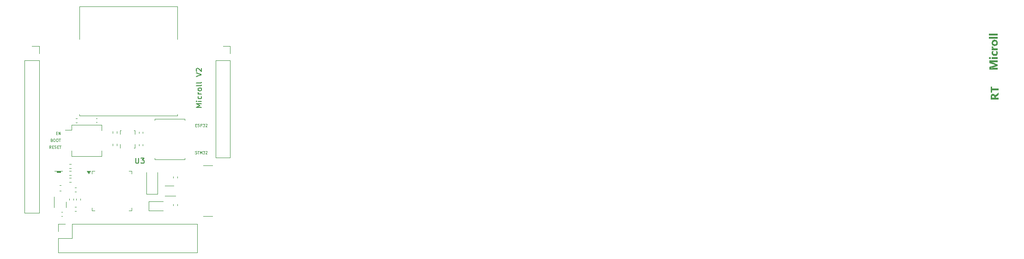
<source format=gbr>
%TF.GenerationSoftware,KiCad,Pcbnew,8.0.0*%
%TF.CreationDate,2024-04-21T21:54:23+01:00*%
%TF.ProjectId,Microll,4d696372-6f6c-46c2-9e6b-696361645f70,rev?*%
%TF.SameCoordinates,PX564eba0PY53724e0*%
%TF.FileFunction,Legend,Top*%
%TF.FilePolarity,Positive*%
%FSLAX46Y46*%
G04 Gerber Fmt 4.6, Leading zero omitted, Abs format (unit mm)*
G04 Created by KiCad (PCBNEW 8.0.0) date 2024-04-21 21:54:23*
%MOMM*%
%LPD*%
G01*
G04 APERTURE LIST*
%ADD10C,0.300000*%
%ADD11C,0.100000*%
%ADD12C,0.150000*%
%ADD13C,0.120000*%
G04 APERTURE END LIST*
D10*
G36*
X175509652Y32458705D02*
G01*
X175509652Y32130076D01*
X174625981Y32130076D01*
X174552479Y32130831D01*
X174475222Y32133098D01*
X174394210Y32136877D01*
X174320243Y32141422D01*
X174309442Y32142166D01*
X174309442Y32133740D01*
X174386987Y32118212D01*
X174460489Y32100901D01*
X174505447Y32087578D01*
X175509652Y31741363D01*
X175509652Y31469521D01*
X174515705Y31117079D01*
X174443989Y31098119D01*
X174367260Y31081898D01*
X174309442Y31070550D01*
X174309442Y31061391D01*
X174389444Y31065998D01*
X174465685Y31069652D01*
X174549879Y31072710D01*
X174628955Y31074470D01*
X174692659Y31074947D01*
X175509652Y31074947D01*
X175509652Y30774894D01*
X174032471Y30774894D01*
X174032471Y31262525D01*
X174908081Y31564409D01*
X174980456Y31586799D01*
X175053004Y31604599D01*
X175119107Y31616800D01*
X175119107Y31623028D01*
X175045706Y31640716D01*
X174972071Y31660835D01*
X174905883Y31681646D01*
X174032471Y31983530D01*
X174032471Y32458705D01*
X175509652Y32458705D01*
G37*
G36*
X174266944Y32917026D02*
G01*
X174254945Y32842013D01*
X174218950Y32781838D01*
X174158118Y32739476D01*
X174101347Y32729448D01*
X174028910Y32746024D01*
X173984111Y32781838D01*
X173948664Y32846267D01*
X173938682Y32917026D01*
X173950039Y32992681D01*
X173984111Y33052581D01*
X174047357Y33096019D01*
X174101347Y33104605D01*
X174174725Y33088144D01*
X174220416Y33052581D01*
X174256720Y32988414D01*
X174266944Y32917026D01*
G37*
G36*
X175509652Y33077860D02*
G01*
X175509652Y32752162D01*
X174454522Y32752162D01*
X174454522Y33077860D01*
X175509652Y33077860D01*
G37*
G36*
X175468619Y34148377D02*
G01*
X175499788Y34078609D01*
X175518931Y34003602D01*
X175529069Y33927940D01*
X175533036Y33842916D01*
X175533099Y33830006D01*
X175529521Y33756248D01*
X175515782Y33673713D01*
X175491740Y33597696D01*
X175457393Y33528195D01*
X175412742Y33465212D01*
X175386553Y33436164D01*
X175328473Y33385117D01*
X175264416Y33344631D01*
X175194384Y33314706D01*
X175118374Y33295343D01*
X175036389Y33286542D01*
X175007732Y33285955D01*
X174926814Y33289891D01*
X174851441Y33301697D01*
X174768313Y33326255D01*
X174693172Y33362147D01*
X174626015Y33409374D01*
X174585681Y33447155D01*
X174533139Y33511431D01*
X174491468Y33583357D01*
X174460668Y33662934D01*
X174443305Y33735092D01*
X174433491Y33812564D01*
X174431075Y33878366D01*
X174433459Y33955025D01*
X174442023Y34030570D01*
X174461486Y34106906D01*
X174480901Y34148377D01*
X174759337Y34148377D01*
X174722243Y34082202D01*
X174698887Y34011448D01*
X174689270Y33936114D01*
X174688996Y33920498D01*
X174695255Y33846177D01*
X174716894Y33774407D01*
X174758548Y33708601D01*
X174768130Y33698115D01*
X174829426Y33651601D01*
X174905009Y33624394D01*
X174986117Y33616416D01*
X175064921Y33624072D01*
X175138465Y33650181D01*
X175198242Y33694818D01*
X175242045Y33755646D01*
X175267665Y33830327D01*
X175275178Y33910240D01*
X175268309Y33985760D01*
X175247701Y34060277D01*
X175213354Y34133794D01*
X175204836Y34148377D01*
X175468619Y34148377D01*
G37*
G36*
X174744683Y35043771D02*
G01*
X174718614Y34971566D01*
X174712443Y34906751D01*
X174723468Y34833609D01*
X174760296Y34769140D01*
X174790845Y34740788D01*
X174857306Y34704397D01*
X174932168Y34685794D01*
X175003336Y34681070D01*
X175509652Y34681070D01*
X175509652Y34355372D01*
X174454522Y34355372D01*
X174454522Y34681070D01*
X174646497Y34681070D01*
X174646497Y34685100D01*
X174573287Y34718442D01*
X174507020Y34768346D01*
X174461369Y34830100D01*
X174436334Y34903706D01*
X174431075Y34963537D01*
X174441305Y35038148D01*
X174443531Y35043771D01*
X174744683Y35043771D01*
G37*
G36*
X175046869Y36265860D02*
G01*
X175120591Y36254563D01*
X175201997Y36231066D01*
X175275701Y36196724D01*
X175341702Y36151536D01*
X175381424Y36115386D01*
X175432970Y36053678D01*
X175473851Y35983959D01*
X175504067Y35906228D01*
X175523619Y35820486D01*
X175531766Y35742915D01*
X175533099Y35693701D01*
X175529503Y35614024D01*
X175518716Y35539857D01*
X175496279Y35458129D01*
X175463487Y35384335D01*
X175420339Y35318475D01*
X175385820Y35278977D01*
X175326894Y35227680D01*
X175260575Y35186996D01*
X175186863Y35156926D01*
X175105758Y35137469D01*
X175032523Y35129361D01*
X174986117Y35128035D01*
X174907479Y35131854D01*
X174834369Y35143312D01*
X174753934Y35167144D01*
X174681458Y35201976D01*
X174616942Y35247807D01*
X174578354Y35284472D01*
X174528302Y35347138D01*
X174488606Y35417531D01*
X174459265Y35495653D01*
X174440280Y35581502D01*
X174432370Y35658947D01*
X174431239Y35701761D01*
X174688996Y35701761D01*
X174698043Y35628481D01*
X174732066Y35557505D01*
X174765566Y35522243D01*
X174831906Y35483397D01*
X174908378Y35463538D01*
X174982087Y35458495D01*
X175066522Y35464479D01*
X175148954Y35487457D01*
X175210778Y35527668D01*
X175256860Y35596363D01*
X175274033Y35673913D01*
X175275178Y35703593D01*
X175264591Y35783153D01*
X175225477Y35855168D01*
X175157541Y35904778D01*
X175076371Y35929469D01*
X174992555Y35937471D01*
X174974027Y35937700D01*
X174891913Y35931940D01*
X174811748Y35909820D01*
X174743552Y35863047D01*
X174702635Y35793694D01*
X174689274Y35716277D01*
X174688996Y35701761D01*
X174431239Y35701761D01*
X174431075Y35707989D01*
X174434671Y35787314D01*
X174445458Y35861111D01*
X174467895Y35942371D01*
X174500687Y36015671D01*
X174543835Y36081011D01*
X174578354Y36120149D01*
X174636919Y36170948D01*
X174702156Y36211236D01*
X174774065Y36241015D01*
X174852646Y36260283D01*
X174937899Y36269042D01*
X174967799Y36269626D01*
X175046869Y36265860D01*
G37*
G36*
X175509652Y36800121D02*
G01*
X175509652Y36474423D01*
X173938682Y36474423D01*
X173938682Y36800121D01*
X175509652Y36800121D01*
G37*
G36*
X175509652Y37396562D02*
G01*
X175509652Y37070864D01*
X173938682Y37070864D01*
X173938682Y37396562D01*
X175509652Y37396562D01*
G37*
G36*
X175709652Y26132187D02*
G01*
X175331564Y25902476D01*
X175267602Y25862012D01*
X175254627Y25853017D01*
X175196742Y25805024D01*
X175159739Y25754465D01*
X175146916Y25697679D01*
X175146916Y25607920D01*
X175709652Y25607920D01*
X175709652Y25274894D01*
X174232471Y25274894D01*
X174232471Y25607920D01*
X174490391Y25607920D01*
X174888996Y25607920D01*
X174888996Y25752267D01*
X174880546Y25826576D01*
X174849331Y25898293D01*
X174828912Y25924092D01*
X174770158Y25969172D01*
X174694912Y25989458D01*
X174678336Y25990037D01*
X174605104Y25978940D01*
X174543434Y25939081D01*
X174505258Y25870233D01*
X174491125Y25786212D01*
X174490391Y25758129D01*
X174490391Y25607920D01*
X174232471Y25607920D01*
X174232471Y25802459D01*
X174236013Y25898574D01*
X174246639Y25985235D01*
X174264349Y26062442D01*
X174298982Y26150678D01*
X174346208Y26222108D01*
X174406029Y26276730D01*
X174478443Y26314546D01*
X174563451Y26335555D01*
X174635471Y26340282D01*
X174709843Y26334328D01*
X174778354Y26316468D01*
X174848073Y26283830D01*
X174896689Y26249790D01*
X174951519Y26195359D01*
X174987914Y26145010D01*
X175023744Y26076074D01*
X175047631Y26008722D01*
X175051661Y26008722D01*
X175085000Y26072469D01*
X175135039Y26128605D01*
X175138856Y26132187D01*
X175196358Y26180873D01*
X175205168Y26187508D01*
X175265956Y26230023D01*
X175274411Y26235502D01*
X175709652Y26514671D01*
X175709652Y26132187D01*
G37*
G36*
X174513839Y27682640D02*
G01*
X174513839Y27261322D01*
X175709652Y27261322D01*
X175709652Y26927564D01*
X174513839Y26927564D01*
X174513839Y26508077D01*
X174232471Y26508077D01*
X174232471Y27682640D01*
X174513839Y27682640D01*
G37*
D11*
X28411027Y15340200D02*
X28482455Y15316391D01*
X28482455Y15316391D02*
X28601503Y15316391D01*
X28601503Y15316391D02*
X28649122Y15340200D01*
X28649122Y15340200D02*
X28672931Y15364010D01*
X28672931Y15364010D02*
X28696741Y15411629D01*
X28696741Y15411629D02*
X28696741Y15459248D01*
X28696741Y15459248D02*
X28672931Y15506867D01*
X28672931Y15506867D02*
X28649122Y15530677D01*
X28649122Y15530677D02*
X28601503Y15554486D01*
X28601503Y15554486D02*
X28506265Y15578296D01*
X28506265Y15578296D02*
X28458646Y15602105D01*
X28458646Y15602105D02*
X28434836Y15625915D01*
X28434836Y15625915D02*
X28411027Y15673534D01*
X28411027Y15673534D02*
X28411027Y15721153D01*
X28411027Y15721153D02*
X28434836Y15768772D01*
X28434836Y15768772D02*
X28458646Y15792581D01*
X28458646Y15792581D02*
X28506265Y15816391D01*
X28506265Y15816391D02*
X28625312Y15816391D01*
X28625312Y15816391D02*
X28696741Y15792581D01*
X28839598Y15816391D02*
X29125312Y15816391D01*
X28982455Y15316391D02*
X28982455Y15816391D01*
X29291978Y15316391D02*
X29291978Y15816391D01*
X29291978Y15816391D02*
X29458645Y15459248D01*
X29458645Y15459248D02*
X29625311Y15816391D01*
X29625311Y15816391D02*
X29625311Y15316391D01*
X29815788Y15816391D02*
X30125312Y15816391D01*
X30125312Y15816391D02*
X29958645Y15625915D01*
X29958645Y15625915D02*
X30030074Y15625915D01*
X30030074Y15625915D02*
X30077693Y15602105D01*
X30077693Y15602105D02*
X30101502Y15578296D01*
X30101502Y15578296D02*
X30125312Y15530677D01*
X30125312Y15530677D02*
X30125312Y15411629D01*
X30125312Y15411629D02*
X30101502Y15364010D01*
X30101502Y15364010D02*
X30077693Y15340200D01*
X30077693Y15340200D02*
X30030074Y15316391D01*
X30030074Y15316391D02*
X29887217Y15316391D01*
X29887217Y15316391D02*
X29839598Y15340200D01*
X29839598Y15340200D02*
X29815788Y15364010D01*
X30315788Y15768772D02*
X30339597Y15792581D01*
X30339597Y15792581D02*
X30387216Y15816391D01*
X30387216Y15816391D02*
X30506264Y15816391D01*
X30506264Y15816391D02*
X30553883Y15792581D01*
X30553883Y15792581D02*
X30577692Y15768772D01*
X30577692Y15768772D02*
X30601502Y15721153D01*
X30601502Y15721153D02*
X30601502Y15673534D01*
X30601502Y15673534D02*
X30577692Y15602105D01*
X30577692Y15602105D02*
X30291978Y15316391D01*
X30291978Y15316391D02*
X30601502Y15316391D01*
X2101503Y17828296D02*
X2172931Y17804486D01*
X2172931Y17804486D02*
X2196741Y17780677D01*
X2196741Y17780677D02*
X2220550Y17733058D01*
X2220550Y17733058D02*
X2220550Y17661629D01*
X2220550Y17661629D02*
X2196741Y17614010D01*
X2196741Y17614010D02*
X2172931Y17590200D01*
X2172931Y17590200D02*
X2125312Y17566391D01*
X2125312Y17566391D02*
X1934836Y17566391D01*
X1934836Y17566391D02*
X1934836Y18066391D01*
X1934836Y18066391D02*
X2101503Y18066391D01*
X2101503Y18066391D02*
X2149122Y18042581D01*
X2149122Y18042581D02*
X2172931Y18018772D01*
X2172931Y18018772D02*
X2196741Y17971153D01*
X2196741Y17971153D02*
X2196741Y17923534D01*
X2196741Y17923534D02*
X2172931Y17875915D01*
X2172931Y17875915D02*
X2149122Y17852105D01*
X2149122Y17852105D02*
X2101503Y17828296D01*
X2101503Y17828296D02*
X1934836Y17828296D01*
X2530074Y18066391D02*
X2625312Y18066391D01*
X2625312Y18066391D02*
X2672931Y18042581D01*
X2672931Y18042581D02*
X2720550Y17994962D01*
X2720550Y17994962D02*
X2744360Y17899724D01*
X2744360Y17899724D02*
X2744360Y17733058D01*
X2744360Y17733058D02*
X2720550Y17637820D01*
X2720550Y17637820D02*
X2672931Y17590200D01*
X2672931Y17590200D02*
X2625312Y17566391D01*
X2625312Y17566391D02*
X2530074Y17566391D01*
X2530074Y17566391D02*
X2482455Y17590200D01*
X2482455Y17590200D02*
X2434836Y17637820D01*
X2434836Y17637820D02*
X2411027Y17733058D01*
X2411027Y17733058D02*
X2411027Y17899724D01*
X2411027Y17899724D02*
X2434836Y17994962D01*
X2434836Y17994962D02*
X2482455Y18042581D01*
X2482455Y18042581D02*
X2530074Y18066391D01*
X3053884Y18066391D02*
X3149122Y18066391D01*
X3149122Y18066391D02*
X3196741Y18042581D01*
X3196741Y18042581D02*
X3244360Y17994962D01*
X3244360Y17994962D02*
X3268170Y17899724D01*
X3268170Y17899724D02*
X3268170Y17733058D01*
X3268170Y17733058D02*
X3244360Y17637820D01*
X3244360Y17637820D02*
X3196741Y17590200D01*
X3196741Y17590200D02*
X3149122Y17566391D01*
X3149122Y17566391D02*
X3053884Y17566391D01*
X3053884Y17566391D02*
X3006265Y17590200D01*
X3006265Y17590200D02*
X2958646Y17637820D01*
X2958646Y17637820D02*
X2934837Y17733058D01*
X2934837Y17733058D02*
X2934837Y17899724D01*
X2934837Y17899724D02*
X2958646Y17994962D01*
X2958646Y17994962D02*
X3006265Y18042581D01*
X3006265Y18042581D02*
X3053884Y18066391D01*
X3411028Y18066391D02*
X3696742Y18066391D01*
X3553885Y17566391D02*
X3553885Y18066391D01*
X1970550Y16316391D02*
X1803884Y16554486D01*
X1684836Y16316391D02*
X1684836Y16816391D01*
X1684836Y16816391D02*
X1875312Y16816391D01*
X1875312Y16816391D02*
X1922931Y16792581D01*
X1922931Y16792581D02*
X1946741Y16768772D01*
X1946741Y16768772D02*
X1970550Y16721153D01*
X1970550Y16721153D02*
X1970550Y16649724D01*
X1970550Y16649724D02*
X1946741Y16602105D01*
X1946741Y16602105D02*
X1922931Y16578296D01*
X1922931Y16578296D02*
X1875312Y16554486D01*
X1875312Y16554486D02*
X1684836Y16554486D01*
X2184836Y16578296D02*
X2351503Y16578296D01*
X2422931Y16316391D02*
X2184836Y16316391D01*
X2184836Y16316391D02*
X2184836Y16816391D01*
X2184836Y16816391D02*
X2422931Y16816391D01*
X2613408Y16340200D02*
X2684836Y16316391D01*
X2684836Y16316391D02*
X2803884Y16316391D01*
X2803884Y16316391D02*
X2851503Y16340200D01*
X2851503Y16340200D02*
X2875312Y16364010D01*
X2875312Y16364010D02*
X2899122Y16411629D01*
X2899122Y16411629D02*
X2899122Y16459248D01*
X2899122Y16459248D02*
X2875312Y16506867D01*
X2875312Y16506867D02*
X2851503Y16530677D01*
X2851503Y16530677D02*
X2803884Y16554486D01*
X2803884Y16554486D02*
X2708646Y16578296D01*
X2708646Y16578296D02*
X2661027Y16602105D01*
X2661027Y16602105D02*
X2637217Y16625915D01*
X2637217Y16625915D02*
X2613408Y16673534D01*
X2613408Y16673534D02*
X2613408Y16721153D01*
X2613408Y16721153D02*
X2637217Y16768772D01*
X2637217Y16768772D02*
X2661027Y16792581D01*
X2661027Y16792581D02*
X2708646Y16816391D01*
X2708646Y16816391D02*
X2827693Y16816391D01*
X2827693Y16816391D02*
X2899122Y16792581D01*
X3113407Y16578296D02*
X3280074Y16578296D01*
X3351502Y16316391D02*
X3113407Y16316391D01*
X3113407Y16316391D02*
X3113407Y16816391D01*
X3113407Y16816391D02*
X3351502Y16816391D01*
X3494360Y16816391D02*
X3780074Y16816391D01*
X3637217Y16316391D02*
X3637217Y16816391D01*
X28434836Y20578296D02*
X28601503Y20578296D01*
X28672931Y20316391D02*
X28434836Y20316391D01*
X28434836Y20316391D02*
X28434836Y20816391D01*
X28434836Y20816391D02*
X28672931Y20816391D01*
X28863408Y20340200D02*
X28934836Y20316391D01*
X28934836Y20316391D02*
X29053884Y20316391D01*
X29053884Y20316391D02*
X29101503Y20340200D01*
X29101503Y20340200D02*
X29125312Y20364010D01*
X29125312Y20364010D02*
X29149122Y20411629D01*
X29149122Y20411629D02*
X29149122Y20459248D01*
X29149122Y20459248D02*
X29125312Y20506867D01*
X29125312Y20506867D02*
X29101503Y20530677D01*
X29101503Y20530677D02*
X29053884Y20554486D01*
X29053884Y20554486D02*
X28958646Y20578296D01*
X28958646Y20578296D02*
X28911027Y20602105D01*
X28911027Y20602105D02*
X28887217Y20625915D01*
X28887217Y20625915D02*
X28863408Y20673534D01*
X28863408Y20673534D02*
X28863408Y20721153D01*
X28863408Y20721153D02*
X28887217Y20768772D01*
X28887217Y20768772D02*
X28911027Y20792581D01*
X28911027Y20792581D02*
X28958646Y20816391D01*
X28958646Y20816391D02*
X29077693Y20816391D01*
X29077693Y20816391D02*
X29149122Y20792581D01*
X29363407Y20316391D02*
X29363407Y20816391D01*
X29363407Y20816391D02*
X29553883Y20816391D01*
X29553883Y20816391D02*
X29601502Y20792581D01*
X29601502Y20792581D02*
X29625312Y20768772D01*
X29625312Y20768772D02*
X29649121Y20721153D01*
X29649121Y20721153D02*
X29649121Y20649724D01*
X29649121Y20649724D02*
X29625312Y20602105D01*
X29625312Y20602105D02*
X29601502Y20578296D01*
X29601502Y20578296D02*
X29553883Y20554486D01*
X29553883Y20554486D02*
X29363407Y20554486D01*
X29815788Y20816391D02*
X30125312Y20816391D01*
X30125312Y20816391D02*
X29958645Y20625915D01*
X29958645Y20625915D02*
X30030074Y20625915D01*
X30030074Y20625915D02*
X30077693Y20602105D01*
X30077693Y20602105D02*
X30101502Y20578296D01*
X30101502Y20578296D02*
X30125312Y20530677D01*
X30125312Y20530677D02*
X30125312Y20411629D01*
X30125312Y20411629D02*
X30101502Y20364010D01*
X30101502Y20364010D02*
X30077693Y20340200D01*
X30077693Y20340200D02*
X30030074Y20316391D01*
X30030074Y20316391D02*
X29887217Y20316391D01*
X29887217Y20316391D02*
X29839598Y20340200D01*
X29839598Y20340200D02*
X29815788Y20364010D01*
X30315788Y20768772D02*
X30339597Y20792581D01*
X30339597Y20792581D02*
X30387216Y20816391D01*
X30387216Y20816391D02*
X30506264Y20816391D01*
X30506264Y20816391D02*
X30553883Y20792581D01*
X30553883Y20792581D02*
X30577692Y20768772D01*
X30577692Y20768772D02*
X30601502Y20721153D01*
X30601502Y20721153D02*
X30601502Y20673534D01*
X30601502Y20673534D02*
X30577692Y20602105D01*
X30577692Y20602105D02*
X30291978Y20316391D01*
X30291978Y20316391D02*
X30601502Y20316391D01*
X2934836Y19078296D02*
X3101503Y19078296D01*
X3172931Y18816391D02*
X2934836Y18816391D01*
X2934836Y18816391D02*
X2934836Y19316391D01*
X2934836Y19316391D02*
X3172931Y19316391D01*
X3387217Y18816391D02*
X3387217Y19316391D01*
X3387217Y19316391D02*
X3672931Y18816391D01*
X3672931Y18816391D02*
X3672931Y19316391D01*
D12*
X29588019Y23828780D02*
X28588019Y23828780D01*
X28588019Y23828780D02*
X29302304Y24162113D01*
X29302304Y24162113D02*
X28588019Y24495446D01*
X28588019Y24495446D02*
X29588019Y24495446D01*
X29588019Y24971637D02*
X28921352Y24971637D01*
X28588019Y24971637D02*
X28635638Y24924018D01*
X28635638Y24924018D02*
X28683257Y24971637D01*
X28683257Y24971637D02*
X28635638Y25019256D01*
X28635638Y25019256D02*
X28588019Y24971637D01*
X28588019Y24971637D02*
X28683257Y24971637D01*
X29540400Y25876398D02*
X29588019Y25781160D01*
X29588019Y25781160D02*
X29588019Y25590684D01*
X29588019Y25590684D02*
X29540400Y25495446D01*
X29540400Y25495446D02*
X29492780Y25447827D01*
X29492780Y25447827D02*
X29397542Y25400208D01*
X29397542Y25400208D02*
X29111828Y25400208D01*
X29111828Y25400208D02*
X29016590Y25447827D01*
X29016590Y25447827D02*
X28968971Y25495446D01*
X28968971Y25495446D02*
X28921352Y25590684D01*
X28921352Y25590684D02*
X28921352Y25781160D01*
X28921352Y25781160D02*
X28968971Y25876398D01*
X29588019Y26304970D02*
X28921352Y26304970D01*
X29111828Y26304970D02*
X29016590Y26352589D01*
X29016590Y26352589D02*
X28968971Y26400208D01*
X28968971Y26400208D02*
X28921352Y26495446D01*
X28921352Y26495446D02*
X28921352Y26590684D01*
X29588019Y27066875D02*
X29540400Y26971637D01*
X29540400Y26971637D02*
X29492780Y26924018D01*
X29492780Y26924018D02*
X29397542Y26876399D01*
X29397542Y26876399D02*
X29111828Y26876399D01*
X29111828Y26876399D02*
X29016590Y26924018D01*
X29016590Y26924018D02*
X28968971Y26971637D01*
X28968971Y26971637D02*
X28921352Y27066875D01*
X28921352Y27066875D02*
X28921352Y27209732D01*
X28921352Y27209732D02*
X28968971Y27304970D01*
X28968971Y27304970D02*
X29016590Y27352589D01*
X29016590Y27352589D02*
X29111828Y27400208D01*
X29111828Y27400208D02*
X29397542Y27400208D01*
X29397542Y27400208D02*
X29492780Y27352589D01*
X29492780Y27352589D02*
X29540400Y27304970D01*
X29540400Y27304970D02*
X29588019Y27209732D01*
X29588019Y27209732D02*
X29588019Y27066875D01*
X29588019Y27971637D02*
X29540400Y27876399D01*
X29540400Y27876399D02*
X29445161Y27828780D01*
X29445161Y27828780D02*
X28588019Y27828780D01*
X29588019Y28495447D02*
X29540400Y28400209D01*
X29540400Y28400209D02*
X29445161Y28352590D01*
X29445161Y28352590D02*
X28588019Y28352590D01*
X28588019Y29495448D02*
X29588019Y29828781D01*
X29588019Y29828781D02*
X28588019Y30162114D01*
X28683257Y30447829D02*
X28635638Y30495448D01*
X28635638Y30495448D02*
X28588019Y30590686D01*
X28588019Y30590686D02*
X28588019Y30828781D01*
X28588019Y30828781D02*
X28635638Y30924019D01*
X28635638Y30924019D02*
X28683257Y30971638D01*
X28683257Y30971638D02*
X28778495Y31019257D01*
X28778495Y31019257D02*
X28873733Y31019257D01*
X28873733Y31019257D02*
X29016590Y30971638D01*
X29016590Y30971638D02*
X29588019Y30400210D01*
X29588019Y30400210D02*
X29588019Y31019257D01*
X17508291Y14551181D02*
X17508291Y13741658D01*
X17508291Y13741658D02*
X17555910Y13646420D01*
X17555910Y13646420D02*
X17603529Y13598800D01*
X17603529Y13598800D02*
X17698767Y13551181D01*
X17698767Y13551181D02*
X17889243Y13551181D01*
X17889243Y13551181D02*
X17984481Y13598800D01*
X17984481Y13598800D02*
X18032100Y13646420D01*
X18032100Y13646420D02*
X18079719Y13741658D01*
X18079719Y13741658D02*
X18079719Y14551181D01*
X18460672Y14551181D02*
X19079719Y14551181D01*
X19079719Y14551181D02*
X18746386Y14170229D01*
X18746386Y14170229D02*
X18889243Y14170229D01*
X18889243Y14170229D02*
X18984481Y14122610D01*
X18984481Y14122610D02*
X19032100Y14074991D01*
X19032100Y14074991D02*
X19079719Y13979753D01*
X19079719Y13979753D02*
X19079719Y13741658D01*
X19079719Y13741658D02*
X19032100Y13646420D01*
X19032100Y13646420D02*
X18984481Y13598800D01*
X18984481Y13598800D02*
X18889243Y13551181D01*
X18889243Y13551181D02*
X18603529Y13551181D01*
X18603529Y13551181D02*
X18508291Y13598800D01*
X18508291Y13598800D02*
X18460672Y13646420D01*
D13*
%TO.C,R7*%
X24399000Y6093641D02*
X24399000Y5786359D01*
X25159000Y6093641D02*
X25159000Y5786359D01*
%TO.C,D2*%
X19498000Y7924000D02*
X19498000Y11934000D01*
X19498000Y7924000D02*
X21498000Y7924000D01*
X21498000Y7924000D02*
X21498000Y11934000D01*
%TO.C,J1*%
X-2830000Y32480000D02*
X-2830000Y4480000D01*
X-2830000Y32480000D02*
X-170000Y32480000D01*
X-2830000Y4480000D02*
X-170000Y4480000D01*
X-1500000Y35080000D02*
X-170000Y35080000D01*
X-170000Y35080000D02*
X-170000Y33750000D01*
X-170000Y32480000D02*
X-170000Y4480000D01*
%TO.C,U1*%
X7188000Y42350000D02*
X25188000Y42350000D01*
X7188000Y36350000D02*
X7188000Y42350000D01*
X7188000Y22350000D02*
X7188000Y22550000D01*
X25188000Y42350000D02*
X25188000Y36350000D01*
X25188000Y22350000D02*
X7188000Y22350000D01*
X25188000Y22350000D02*
X25188000Y22550000D01*
%TO.C,C4*%
X3856384Y9493000D02*
X3575224Y9493000D01*
X3856384Y8473000D02*
X3575224Y8473000D01*
%TO.C,R3*%
X5360359Y13380000D02*
X5667641Y13380000D01*
X5360359Y12620000D02*
X5667641Y12620000D01*
%TO.C,C1*%
X4077640Y4610000D02*
X3861968Y4610000D01*
X4077640Y3890000D02*
X3861968Y3890000D01*
%TO.C,J3*%
X32170000Y32480000D02*
X32170000Y14640000D01*
X32170000Y32480000D02*
X34830000Y32480000D01*
X32170000Y14640000D02*
X34830000Y14640000D01*
X33500000Y35080000D02*
X34830000Y35080000D01*
X34830000Y35080000D02*
X34830000Y33750000D01*
X34830000Y32480000D02*
X34830000Y14640000D01*
%TO.C,R2*%
X5360359Y12130000D02*
X5667641Y12130000D01*
X5360359Y11370000D02*
X5667641Y11370000D01*
%TO.C,SW4*%
X4549000Y19700000D02*
X5739000Y19700000D01*
X5739000Y20615000D02*
X5739000Y19700000D01*
X5739000Y20615000D02*
X11260000Y20615000D01*
X5739000Y15860000D02*
X5739000Y14884000D01*
X5739000Y14884000D02*
X11260000Y14884000D01*
X11260000Y20615000D02*
X11260000Y19640000D01*
X11260000Y15860000D02*
X11260000Y14884000D01*
%TO.C,R6*%
X24399000Y10866359D02*
X24399000Y11173641D01*
X25159000Y10866359D02*
X25159000Y11173641D01*
%TO.C,C9*%
X10230164Y21820000D02*
X10445836Y21820000D01*
X10230164Y21100000D02*
X10445836Y21100000D01*
%TO.C,C8*%
X6575640Y5533000D02*
X6359968Y5533000D01*
X6575640Y4813000D02*
X6359968Y4813000D01*
%TO.C,R8*%
X6501359Y21840000D02*
X6808641Y21840000D01*
X6501359Y21080000D02*
X6808641Y21080000D01*
%TO.C,C6*%
X18110000Y16846164D02*
X18110000Y17061836D01*
X18830000Y16846164D02*
X18830000Y17061836D01*
%TO.C,C5*%
X6615804Y7058836D02*
X6615804Y6843164D01*
X7335804Y7058836D02*
X7335804Y6843164D01*
%TO.C,C2*%
X5345804Y7058836D02*
X5345804Y6843164D01*
X6065804Y7058836D02*
X6065804Y6843164D01*
%TO.C,C3*%
X6575640Y9089000D02*
X6359968Y9089000D01*
X6575640Y8369000D02*
X6359968Y8369000D01*
%TO.C,J2*%
X3270000Y2370000D02*
X4600000Y2370000D01*
X3270000Y1040000D02*
X3270000Y2370000D01*
X3270000Y-230000D02*
X5870000Y-230000D01*
X3270000Y-2830000D02*
X3270000Y-230000D01*
X3270000Y-2830000D02*
X28790000Y-2830000D01*
X5870000Y2370000D02*
X28790000Y2370000D01*
X5870000Y-230000D02*
X5870000Y2370000D01*
X28790000Y-2830000D02*
X28790000Y2370000D01*
%TO.C,J6*%
X31620000Y13179500D02*
X29920000Y13179500D01*
X31620000Y3839500D02*
X29920000Y3839500D01*
%TO.C,U2*%
X2563804Y7443000D02*
X2563804Y5443000D01*
X4783804Y6443000D02*
X4783804Y5443000D01*
%TO.C,U4*%
X22875000Y7609500D02*
X24775000Y7609500D01*
X24475000Y9409500D02*
X22875000Y9409500D01*
%TO.C,R4*%
X13264000Y16828359D02*
X13264000Y17135641D01*
X14024000Y16828359D02*
X14024000Y17135641D01*
%TO.C,R1*%
X5360359Y10918000D02*
X5667641Y10918000D01*
X5360359Y10158000D02*
X5667641Y10158000D01*
%TO.C,D3*%
X19904000Y6562000D02*
X19904000Y4862000D01*
X19904000Y6562000D02*
X22564000Y6562000D01*
X19904000Y4862000D02*
X22564000Y4862000D01*
%TO.C,U5*%
X21000000Y21750000D02*
X26500000Y21750000D01*
X21000000Y21500000D02*
X21000000Y21750000D01*
X21000000Y14500000D02*
X21000000Y14250000D01*
X21000000Y14250000D02*
X26500000Y14250000D01*
X26500000Y21750000D02*
X26500000Y21500000D01*
X26500000Y14250000D02*
X26500000Y14500000D01*
%TO.C,U3*%
X9522000Y12116000D02*
X9522000Y11666000D01*
X9522000Y4896000D02*
X9522000Y5346000D01*
X9972000Y12116000D02*
X9522000Y12116000D01*
X9972000Y4896000D02*
X9522000Y4896000D01*
X16292000Y12116000D02*
X16742000Y12116000D01*
X16292000Y4896000D02*
X16742000Y4896000D01*
X16742000Y12116000D02*
X16742000Y11666000D01*
X16742000Y4896000D02*
X16742000Y5346000D01*
X8932000Y11666000D02*
X8592000Y12136000D01*
X9272000Y12136000D01*
X8932000Y11666000D01*
G36*
X8932000Y11666000D02*
G01*
X8592000Y12136000D01*
X9272000Y12136000D01*
X8932000Y11666000D01*
G37*
%TO.C,C7*%
X18110000Y19347836D02*
X18110000Y19132164D01*
X18830000Y19347836D02*
X18830000Y19132164D01*
%TO.C,D1*%
X2668000Y12168000D02*
X4068000Y12168000D01*
X3043000Y12168000D02*
X3693000Y12168000D01*
X3693000Y11868000D01*
X3043000Y11868000D01*
X3043000Y12168000D01*
G36*
X3043000Y12168000D02*
G01*
X3693000Y12168000D01*
X3693000Y11868000D01*
X3043000Y11868000D01*
X3043000Y12168000D01*
G37*
%TO.C,U6*%
X14640000Y19610000D02*
X14815000Y19610000D01*
X14640000Y18935000D02*
X14640000Y19610000D01*
X14640000Y17065000D02*
X14640000Y16390000D01*
X17360000Y19610000D02*
X17185000Y19610000D01*
X17360000Y18935000D02*
X17360000Y19610000D01*
X17360000Y17065000D02*
X17360000Y16390000D01*
X17360000Y16390000D02*
X17185000Y16390000D01*
%TO.C,R5*%
X13264000Y19421641D02*
X13264000Y19114359D01*
X14024000Y19421641D02*
X14024000Y19114359D01*
%TD*%
M02*

</source>
